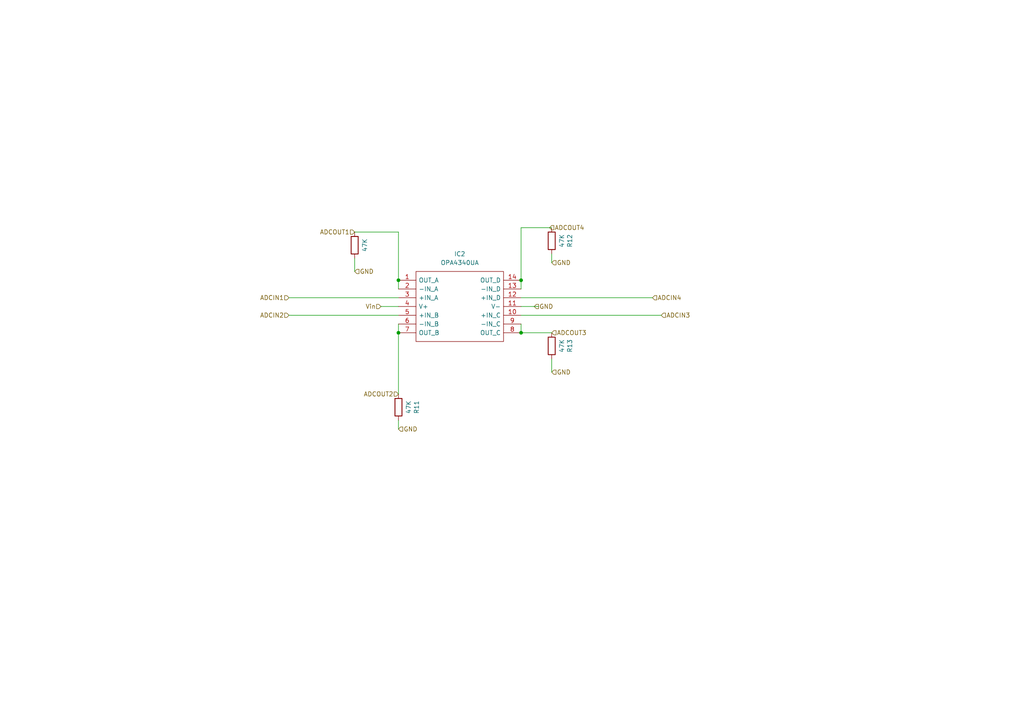
<source format=kicad_sch>
(kicad_sch (version 20231120) (generator "eeschema") (generator_version "8.0")
  (paper "A4")
  (lib_symbols
    (symbol "Device:R" (pin_numbers hide) (pin_names (offset 0))
      (property "Reference" "R" (at 2.032 0 90))
      (property "Value" "R" (at 0 0 90))
      (symbol "R_0_1"
        (rectangle (start -1.016 -2.54) (end 1.016 2.54) (stroke (width 0.254)))
      )
      (symbol "R_1_1"
        (pin passive line (at 0 3.81 270) (length 1.27) (name "~") (number "1"))
        (pin passive line (at 0 -3.81 90) (length 1.27) (name "~") (number "2"))
      )
    )
    (symbol "SamacSys_Parts:OPA4340UA" (pin_names (offset 0.762))
      (property "Reference" "IC" (at 31.75 7.62 0))
      (property "Value" "OPA4340UA" (at 31.75 5.08 0))
      (symbol "OPA4340UA_0_0"
        (pin passive line (at 0 0 0) (length 5.08) (name "OUT_A") (number "1"))
        (pin passive line (at 35.56 -10.16 180) (length 5.08) (name "+IN_C") (number "10"))
        (pin passive line (at 35.56 -7.62 180) (length 5.08) (name "V-") (number "11"))
        (pin passive line (at 35.56 -5.08 180) (length 5.08) (name "+IN_D") (number "12"))
        (pin passive line (at 35.56 -2.54 180) (length 5.08) (name "-IN_D") (number "13"))
        (pin passive line (at 35.56 0 180) (length 5.08) (name "OUT_D") (number "14"))
        (pin passive line (at 0 -2.54 0) (length 5.08) (name "-IN_A") (number "2"))
        (pin passive line (at 0 -5.08 0) (length 5.08) (name "+IN_A") (number "3"))
        (pin passive line (at 0 -7.62 0) (length 5.08) (name "V+") (number "4"))
        (pin passive line (at 0 -10.16 0) (length 5.08) (name "+IN_B") (number "5"))
        (pin passive line (at 0 -12.7 0) (length 5.08) (name "-IN_B") (number "6"))
        (pin passive line (at 0 -15.24 0) (length 5.08) (name "OUT_B") (number "7"))
        (pin passive line (at 35.56 -15.24 180) (length 5.08) (name "OUT_C") (number "8"))
        (pin passive line (at 35.56 -12.7 180) (length 5.08) (name "-IN_C") (number "9"))
      )
      (symbol "OPA4340UA_0_1"
        (polyline (pts (xy 5.08 2.54) (xy 30.48 2.54) (xy 30.48 -17.78) (xy 5.08 -17.78) (xy 5.08 2.54)) (stroke (width 0.1524)))
      )
    )
  )
  (junction (at 151.13 81.28))
  (junction (at 151.13 96.52))
  (junction (at 115.57 96.52))
  (junction (at 115.57 81.28))
  (wire (pts (xy 115.57 81.28) (xy 115.57 83.82)))
  (wire (pts (xy 83.82 86.36) (xy 115.57 86.36)))
  (wire (pts (xy 115.57 96.52) (xy 115.57 114.3)))
  (wire (pts (xy 151.13 66.04) (xy 151.13 81.28)))
  (wire (pts (xy 115.57 67.31) (xy 115.57 81.28)))
  (wire (pts (xy 102.87 74.93) (xy 102.87 78.74)))
  (wire (pts (xy 151.13 91.44) (xy 191.77 91.44)))
  (wire (pts (xy 151.13 93.98) (xy 151.13 96.52)))
  (wire (pts (xy 151.13 96.52) (xy 160.02 96.52)))
  (wire (pts (xy 115.57 93.98) (xy 115.57 96.52)))
  (wire (pts (xy 151.13 66.04) (xy 160.02 66.04)))
  (wire (pts (xy 151.13 81.28) (xy 151.13 83.82)))
  (wire (pts (xy 115.57 67.31) (xy 102.87 67.31)))
  (wire (pts (xy 160.02 104.14) (xy 160.02 107.95)))
  (wire (pts (xy 110.49 88.9) (xy 115.57 88.9)))
  (wire (pts (xy 160.02 73.66) (xy 160.02 76.2)))
  (wire (pts (xy 151.13 86.36) (xy 189.23 86.36)))
  (wire (pts (xy 151.13 88.9) (xy 156.21 88.9)))
  (wire (pts (xy 115.57 121.92) (xy 115.57 124.46)))
  (wire (pts (xy 83.82 91.44) (xy 115.57 91.44)))
  (hierarchical_label "ADCOUT1" (shape input) (at 102.87 67.31 180))
  (hierarchical_label "ADCOUT3" (shape input) (at 160.02 96.52 0))
  (hierarchical_label "GND" (shape input) (at 154.94 88.9 0))
  (hierarchical_label "GND" (shape input) (at 160.02 107.95 0))
  (hierarchical_label "GND" (shape input) (at 102.87 78.74 0))
  (hierarchical_label "ADCIN1" (shape input) (at 83.82 86.36 180))
  (hierarchical_label "ADCIN2" (shape input) (at 83.82 91.44 180))
  (hierarchical_label "GND" (shape input) (at 115.57 124.46 0))
  (hierarchical_label "ADCOUT4" (shape input) (at 159.385 66.04 0))
  (hierarchical_label "Vin" (shape input) (at 110.49 88.9 180))
  (hierarchical_label "ADCOUT2" (shape input) (at 115.57 114.3 180))
  (hierarchical_label "ADCIN4" (shape input) (at 189.23 86.36 0))
  (hierarchical_label "ADCIN3" (shape input) (at 191.77 91.44 0))
  (hierarchical_label "GND" (shape input) (at 160.02 76.2 0))
  (symbol (lib_id "Device:R") (at 102.87 71.12 180) (unit 1)
    (property "Reference" "R10" (effects (hide yes)))
    (property "Value" "47K" (at 105.8164 71.12 90))
    (property "Footprint" "Resistor_SMD:R_1206_3216Metric_Pad1.30x1.75mm_HandSolder" (effects (hide yes)))
    (property "Description" "Resistor" (effects (hide yes)))
    (instances (project "AMS - CANBus Sensor - Pressure" (path "" (reference "R10") (unit 1))) (project "AMS-Mega2560-Base" (path "" (reference "R6") (unit 1)) (path "" (reference "R19") (unit 1))))
  )
  (symbol (lib_id "Device:R") (at 115.57 118.11 180) (unit 1)
    (property "Reference" "R11" (at 120.8278 118.11 90))
    (property "Value" "47K" (at 118.5164 118.11 90))
    (property "Footprint" "Resistor_SMD:R_1206_3216Metric_Pad1.30x1.75mm_HandSolder" (effects (hide yes)))
    (property "Description" "Resistor" (effects (hide yes)))
    (instances (project "AMS - CANBus Sensor - Pressure" (path "" (reference "R11") (unit 1))) (project "AMS-Mega2560-Base" (path "" (reference "R7") (unit 1)) (path "" (reference "R22") (unit 1))))
  )
  (symbol (lib_id "Device:R") (at 160.02 69.85 180) (unit 1)
    (property "Reference" "R12" (at 165.2778 69.85 90))
    (property "Value" "47K" (at 162.9664 69.85 90))
    (property "Footprint" "Resistor_SMD:R_1206_3216Metric_Pad1.30x1.75mm_HandSolder" (effects (hide yes)))
    (property "Description" "Resistor" (effects (hide yes)))
    (instances (project "AMS - CANBus Sensor - Pressure" (path "" (reference "R12") (unit 1))) (project "AMS-Mega2560-Base" (path "" (reference "R68") (unit 1)) (path "" (reference "R23") (unit 1))))
  )
  (symbol (lib_id "Device:R") (at 160.02 100.33 180) (unit 1)
    (property "Reference" "R13" (at 165.2778 100.33 90))
    (property "Value" "47K" (at 162.9664 100.33 90))
    (property "Footprint" "Resistor_SMD:R_1206_3216Metric_Pad1.30x1.75mm_HandSolder" (effects (hide yes)))
    (property "Description" "Resistor" (effects (hide yes)))
    (instances (project "AMS - CANBus Sensor - Pressure" (path "" (reference "R13") (unit 1))) (project "AMS-Mega2560-Base" (path "" (reference "R69") (unit 1)) (path "" (reference "R24") (unit 1))))
  )
  (symbol (lib_id "SamacSys_Parts:OPA4340UA") (at 115.57 81.28 0) (unit 1)
    (property "Reference" "IC2" (at 133.35 73.66 0))
    (property "Value" "OPA4340UA" (at 133.35 76.2 0))
    (property "Footprint" "SOIC127P600X175-14N" (effects (hide yes)))
    (property "Datasheet" "http://www.ti.com/lit/gpn/opa4340" (effects (hide yes)))
    (property "Description" "Single-Supply, Rail-to-Rail Operational Amplifiers MicroAmplifier Series" (effects (hide yes)))
    (property "Height" "1.75" (effects (hide yes)))
    (property "Mouser Part Number" "595-OPA4340UA" (effects (hide yes)))
    (property "Mouser Price/Stock" "https://www.mouser.co.uk/ProductDetail/Texas-Instruments/OPA4340UA?qs=wgAEGBTxy7nRw0DNGsw%252Bcg%3D%3D" (effects (hide yes)))
    (property "Manufacturer_Name" "Texas Instruments" (effects (hide yes)))
    (property "Manufacturer_Part_Number" "OPA4340UA" (effects (hide yes)))
  )
)
</source>
